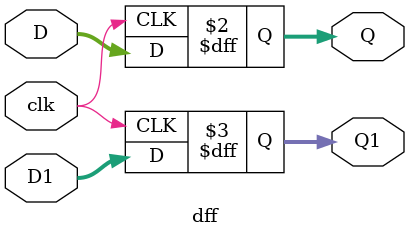
<source format=v>
module dff(input [31:0]D,input [31:0]D1,input clk,output reg [31:0]Q,output reg [31:0]Q1); 
always @(posedge clk) 
begin
 Q <= D; 
 Q1<= D1;
end 
endmodule 
</source>
